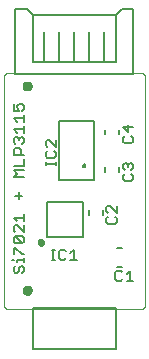
<source format=gto>
G75*
%MOIN*%
%OFA0B0*%
%FSLAX25Y25*%
%IPPOS*%
%LPD*%
%AMOC8*
5,1,8,0,0,1.08239X$1,22.5*
%
%ADD10C,0.00000*%
%ADD11C,0.00787*%
%ADD12C,0.00600*%
%ADD13C,0.01575*%
%ADD14C,0.01181*%
%ADD15C,0.00500*%
D10*
X0002969Y0014780D02*
X0047063Y0014780D01*
X0047063Y0014779D02*
X0047140Y0014781D01*
X0047217Y0014787D01*
X0047294Y0014796D01*
X0047370Y0014809D01*
X0047446Y0014826D01*
X0047520Y0014847D01*
X0047594Y0014871D01*
X0047666Y0014899D01*
X0047736Y0014930D01*
X0047805Y0014965D01*
X0047873Y0015003D01*
X0047938Y0015044D01*
X0048001Y0015089D01*
X0048062Y0015137D01*
X0048121Y0015187D01*
X0048177Y0015240D01*
X0048230Y0015296D01*
X0048280Y0015355D01*
X0048328Y0015416D01*
X0048373Y0015479D01*
X0048414Y0015544D01*
X0048452Y0015612D01*
X0048487Y0015681D01*
X0048518Y0015751D01*
X0048546Y0015823D01*
X0048570Y0015897D01*
X0048591Y0015971D01*
X0048608Y0016047D01*
X0048621Y0016123D01*
X0048630Y0016200D01*
X0048636Y0016277D01*
X0048638Y0016354D01*
X0048638Y0091945D01*
X0048636Y0092022D01*
X0048630Y0092099D01*
X0048621Y0092176D01*
X0048608Y0092252D01*
X0048591Y0092328D01*
X0048570Y0092402D01*
X0048546Y0092476D01*
X0048518Y0092548D01*
X0048487Y0092618D01*
X0048452Y0092687D01*
X0048414Y0092755D01*
X0048373Y0092820D01*
X0048328Y0092883D01*
X0048280Y0092944D01*
X0048230Y0093003D01*
X0048177Y0093059D01*
X0048121Y0093112D01*
X0048062Y0093162D01*
X0048001Y0093210D01*
X0047938Y0093255D01*
X0047873Y0093296D01*
X0047805Y0093334D01*
X0047736Y0093369D01*
X0047666Y0093400D01*
X0047594Y0093428D01*
X0047520Y0093452D01*
X0047446Y0093473D01*
X0047370Y0093490D01*
X0047294Y0093503D01*
X0047217Y0093512D01*
X0047140Y0093518D01*
X0047063Y0093520D01*
X0002969Y0093520D01*
X0002892Y0093518D01*
X0002815Y0093512D01*
X0002738Y0093503D01*
X0002662Y0093490D01*
X0002586Y0093473D01*
X0002512Y0093452D01*
X0002438Y0093428D01*
X0002366Y0093400D01*
X0002296Y0093369D01*
X0002227Y0093334D01*
X0002159Y0093296D01*
X0002094Y0093255D01*
X0002031Y0093210D01*
X0001970Y0093162D01*
X0001911Y0093112D01*
X0001855Y0093059D01*
X0001802Y0093003D01*
X0001752Y0092944D01*
X0001704Y0092883D01*
X0001659Y0092820D01*
X0001618Y0092755D01*
X0001580Y0092687D01*
X0001545Y0092618D01*
X0001514Y0092548D01*
X0001486Y0092476D01*
X0001462Y0092402D01*
X0001441Y0092328D01*
X0001424Y0092252D01*
X0001411Y0092176D01*
X0001402Y0092099D01*
X0001396Y0092022D01*
X0001394Y0091945D01*
X0001394Y0016354D01*
X0001396Y0016277D01*
X0001402Y0016200D01*
X0001411Y0016123D01*
X0001424Y0016047D01*
X0001441Y0015971D01*
X0001462Y0015897D01*
X0001486Y0015823D01*
X0001514Y0015751D01*
X0001545Y0015681D01*
X0001580Y0015612D01*
X0001618Y0015544D01*
X0001659Y0015479D01*
X0001704Y0015416D01*
X0001752Y0015355D01*
X0001802Y0015296D01*
X0001855Y0015240D01*
X0001911Y0015187D01*
X0001970Y0015137D01*
X0002031Y0015089D01*
X0002094Y0015044D01*
X0002159Y0015003D01*
X0002227Y0014965D01*
X0002296Y0014930D01*
X0002366Y0014899D01*
X0002438Y0014871D01*
X0002512Y0014847D01*
X0002586Y0014826D01*
X0002662Y0014809D01*
X0002738Y0014796D01*
X0002815Y0014787D01*
X0002892Y0014781D01*
X0002969Y0014779D01*
D11*
X0011236Y0015173D02*
X0011236Y0001394D01*
X0038795Y0001394D01*
X0038795Y0015173D01*
X0011236Y0015173D01*
X0015961Y0038795D02*
X0015961Y0050606D01*
X0027772Y0050606D01*
X0027772Y0038795D01*
X0015961Y0038795D01*
X0027870Y0062614D02*
X0027872Y0062653D01*
X0027878Y0062692D01*
X0027888Y0062730D01*
X0027901Y0062767D01*
X0027918Y0062802D01*
X0027938Y0062836D01*
X0027962Y0062867D01*
X0027989Y0062896D01*
X0028018Y0062922D01*
X0028050Y0062945D01*
X0028084Y0062965D01*
X0028120Y0062981D01*
X0028157Y0062993D01*
X0028196Y0063002D01*
X0028235Y0063007D01*
X0028274Y0063008D01*
X0028313Y0063005D01*
X0028352Y0062998D01*
X0028389Y0062987D01*
X0028426Y0062973D01*
X0028461Y0062955D01*
X0028494Y0062934D01*
X0028525Y0062909D01*
X0028553Y0062882D01*
X0028578Y0062852D01*
X0028600Y0062819D01*
X0028619Y0062785D01*
X0028634Y0062749D01*
X0028646Y0062711D01*
X0028654Y0062673D01*
X0028658Y0062634D01*
X0028658Y0062594D01*
X0028654Y0062555D01*
X0028646Y0062517D01*
X0028634Y0062479D01*
X0028619Y0062443D01*
X0028600Y0062409D01*
X0028578Y0062376D01*
X0028553Y0062346D01*
X0028525Y0062319D01*
X0028494Y0062294D01*
X0028461Y0062273D01*
X0028426Y0062255D01*
X0028389Y0062241D01*
X0028352Y0062230D01*
X0028313Y0062223D01*
X0028274Y0062220D01*
X0028235Y0062221D01*
X0028196Y0062226D01*
X0028157Y0062235D01*
X0028120Y0062247D01*
X0028084Y0062263D01*
X0028050Y0062283D01*
X0028018Y0062306D01*
X0027989Y0062332D01*
X0027962Y0062361D01*
X0027938Y0062392D01*
X0027918Y0062426D01*
X0027901Y0062461D01*
X0027888Y0062498D01*
X0027878Y0062536D01*
X0027872Y0062575D01*
X0027870Y0062614D01*
X0029740Y0047850D02*
X0029740Y0046276D01*
X0034465Y0046276D02*
X0034465Y0047850D01*
X0035252Y0060449D02*
X0035252Y0062024D01*
X0039976Y0062024D02*
X0039976Y0060449D01*
X0039976Y0073047D02*
X0039976Y0074622D01*
X0035252Y0074622D02*
X0035252Y0073047D01*
X0044701Y0093126D02*
X0044701Y0114780D01*
X0040764Y0114780D01*
X0038795Y0112811D01*
X0011236Y0112811D01*
X0011236Y0097063D01*
X0038795Y0097063D01*
X0038795Y0112811D01*
X0035016Y0107220D02*
X0035016Y0097220D01*
X0030016Y0097220D02*
X0030016Y0107220D01*
X0025016Y0107220D02*
X0025016Y0097220D01*
X0020016Y0097220D02*
X0020016Y0107220D01*
X0015016Y0107220D02*
X0015016Y0097220D01*
X0011236Y0112811D02*
X0009268Y0114780D01*
X0005331Y0114780D01*
X0005331Y0093126D01*
X0044701Y0093126D01*
X0040764Y0035252D02*
X0039189Y0035252D01*
X0039189Y0028953D02*
X0040764Y0028953D01*
D12*
X0040399Y0027593D02*
X0039265Y0027593D01*
X0038697Y0027026D01*
X0038697Y0024757D01*
X0039265Y0024190D01*
X0040399Y0024190D01*
X0040966Y0024757D01*
X0040966Y0027026D02*
X0040399Y0027593D01*
X0042381Y0026458D02*
X0043515Y0027593D01*
X0043515Y0024190D01*
X0042381Y0024190D02*
X0044649Y0024190D01*
X0038523Y0043284D02*
X0036254Y0043284D01*
X0035687Y0043851D01*
X0035687Y0044986D01*
X0036254Y0045553D01*
X0036254Y0046967D02*
X0035687Y0047534D01*
X0035687Y0048669D01*
X0036254Y0049236D01*
X0036821Y0049236D01*
X0039090Y0046967D01*
X0039090Y0049236D01*
X0038523Y0045553D02*
X0039090Y0044986D01*
X0039090Y0043851D01*
X0038523Y0043284D01*
X0041766Y0057457D02*
X0041199Y0058024D01*
X0041199Y0059159D01*
X0041766Y0059726D01*
X0041766Y0061140D02*
X0041199Y0061708D01*
X0041199Y0062842D01*
X0041766Y0063409D01*
X0042333Y0063409D01*
X0042900Y0062842D01*
X0043467Y0063409D01*
X0044034Y0063409D01*
X0044602Y0062842D01*
X0044602Y0061708D01*
X0044034Y0061140D01*
X0044034Y0059726D02*
X0044602Y0059159D01*
X0044602Y0058024D01*
X0044034Y0057457D01*
X0041766Y0057457D01*
X0042900Y0062275D02*
X0042900Y0062842D01*
X0041766Y0070056D02*
X0041199Y0070623D01*
X0041199Y0071757D01*
X0041766Y0072324D01*
X0042900Y0073739D02*
X0041199Y0075440D01*
X0044602Y0075440D01*
X0044034Y0072324D02*
X0044602Y0071757D01*
X0044602Y0070623D01*
X0044034Y0070056D01*
X0041766Y0070056D01*
X0042900Y0073739D02*
X0042900Y0076008D01*
X0024735Y0034561D02*
X0024735Y0031158D01*
X0023601Y0031158D02*
X0025870Y0031158D01*
X0023601Y0033427D02*
X0024735Y0034561D01*
X0022187Y0033994D02*
X0021619Y0034561D01*
X0020485Y0034561D01*
X0019918Y0033994D01*
X0019918Y0031725D01*
X0020485Y0031158D01*
X0021619Y0031158D01*
X0022187Y0031725D01*
X0018597Y0031158D02*
X0017463Y0031158D01*
X0018030Y0031158D02*
X0018030Y0034561D01*
X0017463Y0034561D02*
X0018597Y0034561D01*
X0008180Y0033029D02*
X0007613Y0033029D01*
X0005345Y0035298D01*
X0004777Y0035298D01*
X0004777Y0033029D01*
X0004777Y0031141D02*
X0004210Y0031141D01*
X0005345Y0029159D02*
X0004777Y0028592D01*
X0004777Y0027458D01*
X0005345Y0026891D01*
X0005912Y0026891D01*
X0006479Y0027458D01*
X0006479Y0028592D01*
X0007046Y0029159D01*
X0007613Y0029159D01*
X0008180Y0028592D01*
X0008180Y0027458D01*
X0007613Y0026891D01*
X0008180Y0030574D02*
X0008180Y0031708D01*
X0008180Y0031141D02*
X0005912Y0031141D01*
X0005912Y0030574D01*
X0005345Y0036712D02*
X0004777Y0037279D01*
X0004777Y0038414D01*
X0005345Y0038981D01*
X0007613Y0036712D01*
X0008180Y0037279D01*
X0008180Y0038414D01*
X0007613Y0038981D01*
X0005345Y0038981D01*
X0005345Y0040395D02*
X0004777Y0040963D01*
X0004777Y0042097D01*
X0005345Y0042664D01*
X0005912Y0042664D01*
X0008180Y0040395D01*
X0008180Y0042664D01*
X0008180Y0044079D02*
X0008180Y0046347D01*
X0008180Y0045213D02*
X0004777Y0045213D01*
X0005912Y0044079D01*
X0005345Y0036712D02*
X0007613Y0036712D01*
X0006479Y0051445D02*
X0006479Y0053713D01*
X0005345Y0052579D02*
X0007613Y0052579D01*
X0008180Y0058811D02*
X0004777Y0058811D01*
X0005912Y0059945D01*
X0004777Y0061080D01*
X0008180Y0061080D01*
X0008180Y0062494D02*
X0008180Y0064763D01*
X0008180Y0066177D02*
X0004777Y0066177D01*
X0004777Y0067879D01*
X0005345Y0068446D01*
X0006479Y0068446D01*
X0007046Y0067879D01*
X0007046Y0066177D01*
X0008180Y0062494D02*
X0004777Y0062494D01*
X0005345Y0069861D02*
X0004777Y0070428D01*
X0004777Y0071562D01*
X0005345Y0072129D01*
X0005912Y0072129D01*
X0006479Y0071562D01*
X0007046Y0072129D01*
X0007613Y0072129D01*
X0008180Y0071562D01*
X0008180Y0070428D01*
X0007613Y0069861D01*
X0006479Y0070995D02*
X0006479Y0071562D01*
X0005912Y0073544D02*
X0004777Y0074678D01*
X0008180Y0074678D01*
X0008180Y0073544D02*
X0008180Y0075812D01*
X0008180Y0077227D02*
X0008180Y0079495D01*
X0008180Y0078361D02*
X0004777Y0078361D01*
X0005912Y0077227D01*
X0006479Y0080910D02*
X0004777Y0080910D01*
X0004777Y0083179D01*
X0005912Y0082611D02*
X0005912Y0082044D01*
X0006479Y0080910D01*
X0005912Y0082611D02*
X0006479Y0083179D01*
X0007613Y0083179D01*
X0008180Y0082611D01*
X0008180Y0081477D01*
X0007613Y0080910D01*
X0015974Y0071124D02*
X0015407Y0070557D01*
X0015407Y0069423D01*
X0015974Y0068856D01*
X0015974Y0067441D02*
X0015407Y0066874D01*
X0015407Y0065740D01*
X0015974Y0065173D01*
X0018243Y0065173D01*
X0018810Y0065740D01*
X0018810Y0066874D01*
X0018243Y0067441D01*
X0018810Y0068856D02*
X0016542Y0071124D01*
X0015974Y0071124D01*
X0018810Y0071124D02*
X0018810Y0068856D01*
X0018810Y0063852D02*
X0018810Y0062717D01*
X0018810Y0063284D02*
X0015407Y0063284D01*
X0015407Y0062717D02*
X0015407Y0063852D01*
D13*
X0008481Y0089189D02*
X0008483Y0089245D01*
X0008489Y0089300D01*
X0008499Y0089354D01*
X0008512Y0089408D01*
X0008530Y0089461D01*
X0008551Y0089512D01*
X0008575Y0089562D01*
X0008603Y0089610D01*
X0008635Y0089656D01*
X0008669Y0089700D01*
X0008707Y0089741D01*
X0008747Y0089779D01*
X0008790Y0089814D01*
X0008835Y0089846D01*
X0008883Y0089875D01*
X0008932Y0089901D01*
X0008983Y0089923D01*
X0009035Y0089941D01*
X0009089Y0089955D01*
X0009144Y0089966D01*
X0009199Y0089973D01*
X0009254Y0089976D01*
X0009310Y0089975D01*
X0009365Y0089970D01*
X0009420Y0089961D01*
X0009474Y0089949D01*
X0009527Y0089932D01*
X0009579Y0089912D01*
X0009629Y0089888D01*
X0009677Y0089861D01*
X0009724Y0089831D01*
X0009768Y0089797D01*
X0009810Y0089760D01*
X0009848Y0089720D01*
X0009885Y0089678D01*
X0009918Y0089633D01*
X0009947Y0089587D01*
X0009974Y0089538D01*
X0009996Y0089487D01*
X0010016Y0089435D01*
X0010031Y0089381D01*
X0010043Y0089327D01*
X0010051Y0089272D01*
X0010055Y0089217D01*
X0010055Y0089161D01*
X0010051Y0089106D01*
X0010043Y0089051D01*
X0010031Y0088997D01*
X0010016Y0088943D01*
X0009996Y0088891D01*
X0009974Y0088840D01*
X0009947Y0088791D01*
X0009918Y0088745D01*
X0009885Y0088700D01*
X0009848Y0088658D01*
X0009810Y0088618D01*
X0009768Y0088581D01*
X0009724Y0088547D01*
X0009677Y0088517D01*
X0009629Y0088490D01*
X0009579Y0088466D01*
X0009527Y0088446D01*
X0009474Y0088429D01*
X0009420Y0088417D01*
X0009365Y0088408D01*
X0009310Y0088403D01*
X0009254Y0088402D01*
X0009199Y0088405D01*
X0009144Y0088412D01*
X0009089Y0088423D01*
X0009035Y0088437D01*
X0008983Y0088455D01*
X0008932Y0088477D01*
X0008883Y0088503D01*
X0008835Y0088532D01*
X0008790Y0088564D01*
X0008747Y0088599D01*
X0008707Y0088637D01*
X0008669Y0088678D01*
X0008635Y0088722D01*
X0008603Y0088768D01*
X0008575Y0088816D01*
X0008551Y0088866D01*
X0008530Y0088917D01*
X0008512Y0088970D01*
X0008499Y0089024D01*
X0008489Y0089078D01*
X0008483Y0089133D01*
X0008481Y0089189D01*
X0008481Y0021079D02*
X0008483Y0021135D01*
X0008489Y0021190D01*
X0008499Y0021244D01*
X0008512Y0021298D01*
X0008530Y0021351D01*
X0008551Y0021402D01*
X0008575Y0021452D01*
X0008603Y0021500D01*
X0008635Y0021546D01*
X0008669Y0021590D01*
X0008707Y0021631D01*
X0008747Y0021669D01*
X0008790Y0021704D01*
X0008835Y0021736D01*
X0008883Y0021765D01*
X0008932Y0021791D01*
X0008983Y0021813D01*
X0009035Y0021831D01*
X0009089Y0021845D01*
X0009144Y0021856D01*
X0009199Y0021863D01*
X0009254Y0021866D01*
X0009310Y0021865D01*
X0009365Y0021860D01*
X0009420Y0021851D01*
X0009474Y0021839D01*
X0009527Y0021822D01*
X0009579Y0021802D01*
X0009629Y0021778D01*
X0009677Y0021751D01*
X0009724Y0021721D01*
X0009768Y0021687D01*
X0009810Y0021650D01*
X0009848Y0021610D01*
X0009885Y0021568D01*
X0009918Y0021523D01*
X0009947Y0021477D01*
X0009974Y0021428D01*
X0009996Y0021377D01*
X0010016Y0021325D01*
X0010031Y0021271D01*
X0010043Y0021217D01*
X0010051Y0021162D01*
X0010055Y0021107D01*
X0010055Y0021051D01*
X0010051Y0020996D01*
X0010043Y0020941D01*
X0010031Y0020887D01*
X0010016Y0020833D01*
X0009996Y0020781D01*
X0009974Y0020730D01*
X0009947Y0020681D01*
X0009918Y0020635D01*
X0009885Y0020590D01*
X0009848Y0020548D01*
X0009810Y0020508D01*
X0009768Y0020471D01*
X0009724Y0020437D01*
X0009677Y0020407D01*
X0009629Y0020380D01*
X0009579Y0020356D01*
X0009527Y0020336D01*
X0009474Y0020319D01*
X0009420Y0020307D01*
X0009365Y0020298D01*
X0009310Y0020293D01*
X0009254Y0020292D01*
X0009199Y0020295D01*
X0009144Y0020302D01*
X0009089Y0020313D01*
X0009035Y0020327D01*
X0008983Y0020345D01*
X0008932Y0020367D01*
X0008883Y0020393D01*
X0008835Y0020422D01*
X0008790Y0020454D01*
X0008747Y0020489D01*
X0008707Y0020527D01*
X0008669Y0020568D01*
X0008635Y0020612D01*
X0008603Y0020658D01*
X0008575Y0020706D01*
X0008551Y0020756D01*
X0008530Y0020807D01*
X0008512Y0020860D01*
X0008499Y0020914D01*
X0008489Y0020968D01*
X0008483Y0021023D01*
X0008481Y0021079D01*
D14*
X0013401Y0036827D02*
X0013403Y0036875D01*
X0013409Y0036923D01*
X0013419Y0036970D01*
X0013432Y0037016D01*
X0013450Y0037061D01*
X0013470Y0037105D01*
X0013495Y0037147D01*
X0013523Y0037186D01*
X0013553Y0037223D01*
X0013587Y0037257D01*
X0013624Y0037289D01*
X0013662Y0037318D01*
X0013703Y0037343D01*
X0013746Y0037365D01*
X0013791Y0037383D01*
X0013837Y0037397D01*
X0013884Y0037408D01*
X0013932Y0037415D01*
X0013980Y0037418D01*
X0014028Y0037417D01*
X0014076Y0037412D01*
X0014124Y0037403D01*
X0014170Y0037391D01*
X0014215Y0037374D01*
X0014259Y0037354D01*
X0014301Y0037331D01*
X0014341Y0037304D01*
X0014379Y0037274D01*
X0014414Y0037241D01*
X0014446Y0037205D01*
X0014476Y0037167D01*
X0014502Y0037126D01*
X0014524Y0037083D01*
X0014544Y0037039D01*
X0014559Y0036994D01*
X0014571Y0036947D01*
X0014579Y0036899D01*
X0014583Y0036851D01*
X0014583Y0036803D01*
X0014579Y0036755D01*
X0014571Y0036707D01*
X0014559Y0036660D01*
X0014544Y0036615D01*
X0014524Y0036571D01*
X0014502Y0036528D01*
X0014476Y0036487D01*
X0014446Y0036449D01*
X0014414Y0036413D01*
X0014379Y0036380D01*
X0014341Y0036350D01*
X0014301Y0036323D01*
X0014259Y0036300D01*
X0014215Y0036280D01*
X0014170Y0036263D01*
X0014124Y0036251D01*
X0014076Y0036242D01*
X0014028Y0036237D01*
X0013980Y0036236D01*
X0013932Y0036239D01*
X0013884Y0036246D01*
X0013837Y0036257D01*
X0013791Y0036271D01*
X0013746Y0036289D01*
X0013703Y0036311D01*
X0013662Y0036336D01*
X0013624Y0036365D01*
X0013587Y0036397D01*
X0013553Y0036431D01*
X0013523Y0036468D01*
X0013495Y0036507D01*
X0013470Y0036549D01*
X0013450Y0036593D01*
X0013432Y0036638D01*
X0013419Y0036684D01*
X0013409Y0036731D01*
X0013403Y0036779D01*
X0013401Y0036827D01*
D15*
X0019898Y0057693D02*
X0019898Y0077378D01*
X0031709Y0077378D01*
X0031709Y0057693D01*
X0019898Y0057693D01*
M02*

</source>
